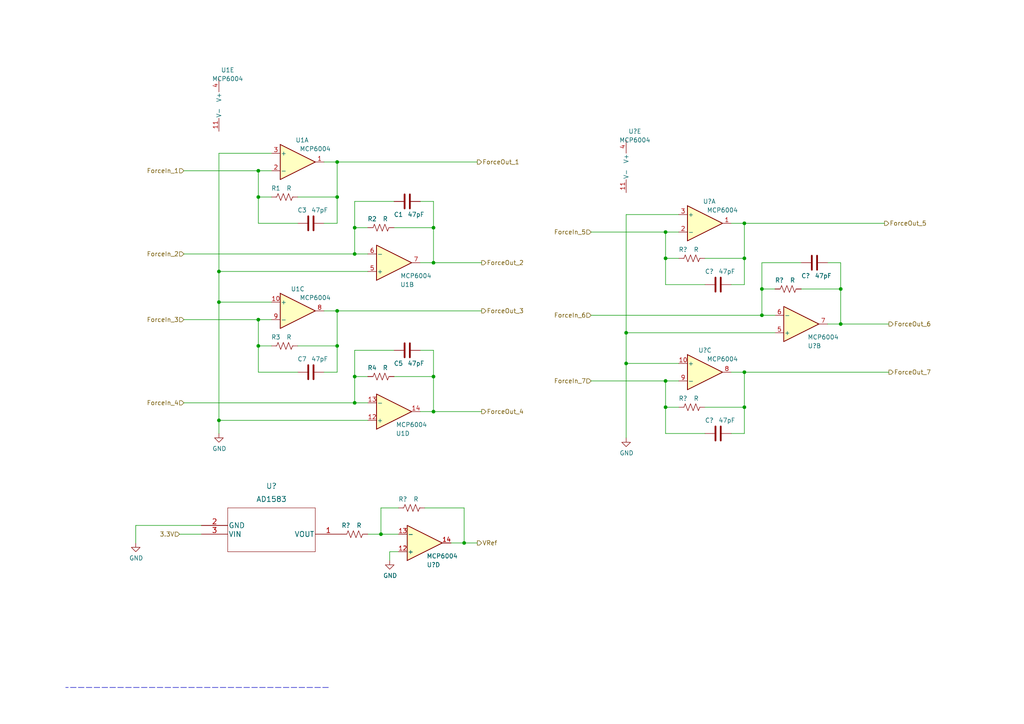
<source format=kicad_sch>
(kicad_sch (version 20211123) (generator eeschema)
  (paper "A4")
  (lib_symbols
    (symbol "Amplifier_Operational:MCP6004" (pin_names (offset 0.127))
      (property "Reference" "U" (at 0 5.08 0))
      (property "Value" "MCP6004" (at 0 -5.08 0))
      (symbol "MCP6004_1_1"
        (polyline (pts (xy -5.08 5.08) (xy 5.08 0) (xy -5.08 -5.08) (xy -5.08 5.08)) (stroke (width 0.254)) (fill (type background)))
        (pin output line (at 7.62 0 180) (length 2.54) (name "~") (number "1"))
        (pin input line (at -7.62 -2.54 0) (length 2.54) (name "-") (number "2"))
        (pin input line (at -7.62 2.54 0) (length 2.54) (name "+") (number "3"))
      )
      (symbol "MCP6004_2_1"
        (polyline (pts (xy -5.08 5.08) (xy 5.08 0) (xy -5.08 -5.08) (xy -5.08 5.08)) (stroke (width 0.254)) (fill (type background)))
        (pin input line (at -7.62 2.54 0) (length 2.54) (name "+") (number "5"))
        (pin input line (at -7.62 -2.54 0) (length 2.54) (name "-") (number "6"))
        (pin output line (at 7.62 0 180) (length 2.54) (name "~") (number "7"))
      )
      (symbol "MCP6004_3_1"
        (polyline (pts (xy -5.08 5.08) (xy 5.08 0) (xy -5.08 -5.08) (xy -5.08 5.08)) (stroke (width 0.254)) (fill (type background)))
        (pin input line (at -7.62 2.54 0) (length 2.54) (name "+") (number "10"))
        (pin output line (at 7.62 0 180) (length 2.54) (name "~") (number "8"))
        (pin input line (at -7.62 -2.54 0) (length 2.54) (name "-") (number "9"))
      )
      (symbol "MCP6004_4_1"
        (polyline (pts (xy -5.08 5.08) (xy 5.08 0) (xy -5.08 -5.08) (xy -5.08 5.08)) (stroke (width 0.254)) (fill (type background)))
        (pin input line (at -7.62 2.54 0) (length 2.54) (name "+") (number "12"))
        (pin input line (at -7.62 -2.54 0) (length 2.54) (name "-") (number "13"))
        (pin output line (at 7.62 0 180) (length 2.54) (name "~") (number "14"))
      )
      (symbol "MCP6004_5_1"
        (pin power_in line (at -2.54 -7.62 90) (length 3.81) (name "V-") (number "11"))
        (pin power_in line (at -2.54 7.62 270) (length 3.81) (name "V+") (number "4"))
      )
    )
    (symbol "CapstoneLibrary:AD1583" (pin_names (offset 0.254))
      (property "Reference" "U" (at 20.32 10.16 0))
      (property "Value" "AD1583" (at 20.32 7.62 0))
      (symbol "AD1583_1_1"
        (polyline (pts (xy 7.62 -7.62) (xy 33.02 -7.62)) (stroke (width 0.127)))
        (polyline (pts (xy 7.62 5.08) (xy 7.62 -7.62)) (stroke (width 0.127)))
        (polyline (pts (xy 33.02 -7.62) (xy 33.02 5.08)) (stroke (width 0.127)))
        (polyline (pts (xy 33.02 5.08) (xy 7.62 5.08)) (stroke (width 0.127)))
        (pin unspecified line (at 0 0 0) (length 7.62) (name "VOUT") (number "1"))
        (pin unspecified line (at 40.64 -2.54 180) (length 7.62) (name "GND") (number "2"))
        (pin unspecified line (at 40.64 0 180) (length 7.62) (name "VIN") (number "3"))
      )
    )
    (symbol "Device:C" (pin_numbers hide) (pin_names (offset 0.254))
      (property "Reference" "C" (at 0.635 2.54 0))
      (property "Value" "C" (at 0.635 -2.54 0))
      (symbol "C_0_1"
        (polyline (pts (xy -2.032 -0.762) (xy 2.032 -0.762)) (stroke (width 0.508)))
        (polyline (pts (xy -2.032 0.762) (xy 2.032 0.762)) (stroke (width 0.508)))
      )
      (symbol "C_1_1"
        (pin passive line (at 0 3.81 270) (length 2.794) (name "~") (number "1"))
        (pin passive line (at 0 -3.81 90) (length 2.794) (name "~") (number "2"))
      )
    )
    (symbol "Device:R_US" (pin_numbers hide) (pin_names (offset 0))
      (property "Reference" "R" (at 2.54 0 90))
      (property "Value" "R_US" (at -2.54 0 90))
      (symbol "R_US_0_1"
        (polyline (pts (xy 0 -2.286) (xy 0 -2.54)))
        (polyline (pts (xy 0 2.286) (xy 0 2.54)))
        (polyline (pts (xy 0 -0.762) (xy 1.016 -1.143) (xy 0 -1.524) (xy -1.016 -1.905) (xy 0 -2.286)))
        (polyline (pts (xy 0 0.762) (xy 1.016 0.381) (xy 0 0) (xy -1.016 -0.381) (xy 0 -0.762)))
        (polyline (pts (xy 0 2.286) (xy 1.016 1.905) (xy 0 1.524) (xy -1.016 1.143) (xy 0 0.762)))
      )
      (symbol "R_US_1_1"
        (pin passive line (at 0 3.81 270) (length 1.27) (name "~") (number "1"))
        (pin passive line (at 0 -3.81 90) (length 1.27) (name "~") (number "2"))
      )
    )
    (symbol "power:GND" (power) (pin_names (offset 0))
      (property "Value" "GND" (at 0 -3.81 0))
      (symbol "GND_0_1"
        (polyline (pts (xy 0 0) (xy 0 -1.27) (xy 1.27 -1.27) (xy 0 -2.54) (xy -1.27 -1.27) (xy 0 -1.27)))
      )
      (symbol "GND_1_1"
        (pin power_in line (at 0 0 270) (length 0) hide (name "GND") (number "1"))
      )
    )
  )
  (junction (at 97.79 57.15))
  (junction (at 74.93 57.15))
  (junction (at 102.87 109.22))
  (junction (at 243.84 83.82))
  (junction (at 125.73 109.22))
  (junction (at 63.5 87.63))
  (junction (at 134.62 157.48))
  (junction (at 110.49 154.94))
  (junction (at 97.79 90.17))
  (junction (at 125.73 119.38))
  (junction (at 102.87 73.66))
  (junction (at 63.5 78.74))
  (junction (at 102.87 66.04))
  (junction (at 125.73 66.04))
  (junction (at 215.9 107.95))
  (junction (at 97.79 100.33))
  (junction (at 193.04 118.11))
  (junction (at 181.61 105.41))
  (junction (at 102.87 116.84))
  (junction (at 193.04 67.31))
  (junction (at 220.98 83.82))
  (junction (at 215.9 118.11))
  (junction (at 97.79 46.99))
  (junction (at 193.04 110.49))
  (junction (at 74.93 49.53))
  (junction (at 193.04 74.93))
  (junction (at 63.5 121.92))
  (junction (at 181.61 96.52))
  (junction (at 243.84 93.98))
  (junction (at 74.93 100.33))
  (junction (at 215.9 64.77))
  (junction (at 215.9 74.93))
  (junction (at 220.98 91.44))
  (junction (at 125.73 76.2))
  (junction (at 74.93 92.71))
  (wire (pts (xy 63.5 87.63) (xy 78.74 87.63)))
  (wire (pts (xy 63.5 78.74) (xy 106.68 78.74)))
  (wire (pts (xy 86.36 57.15) (xy 97.79 57.15)))
  (wire (pts (xy 193.04 125.73) (xy 204.47 125.73)))
  (wire (pts (xy 181.61 96.52) (xy 224.79 96.52)))
  (wire (pts (xy 204.47 118.11) (xy 215.9 118.11)))
  (wire (pts (xy 240.03 93.98) (xy 243.84 93.98)))
  (wire (pts (xy 134.62 157.48) (xy 138.43 157.48)))
  (wire (pts (xy 102.87 109.22) (xy 102.87 101.6)))
  (wire (pts (xy 93.98 64.77) (xy 97.79 64.77)))
  (wire (pts (xy 243.84 76.2) (xy 243.84 83.82)))
  (wire (pts (xy 171.45 67.31) (xy 193.04 67.31)))
  (wire (pts (xy 220.98 76.2) (xy 232.41 76.2)))
  (wire (pts (xy 63.5 121.92) (xy 106.68 121.92)))
  (wire (pts (xy 134.62 147.32) (xy 134.62 157.48)))
  (wire (pts (xy 181.61 105.41) (xy 196.85 105.41)))
  (wire (pts (xy 113.03 160.02) (xy 113.03 162.56)))
  (wire (pts (xy 78.74 100.33) (xy 74.93 100.33)))
  (wire (pts (xy 181.61 62.23) (xy 181.61 96.52)))
  (wire (pts (xy 181.61 105.41) (xy 181.61 127)))
  (wire (pts (xy 196.85 67.31) (xy 193.04 67.31)))
  (wire (pts (xy 74.93 100.33) (xy 74.93 107.95)))
  (wire (pts (xy 74.93 64.77) (xy 86.36 64.77)))
  (wire (pts (xy 63.5 78.74) (xy 63.5 87.63)))
  (wire (pts (xy 215.9 82.55) (xy 215.9 74.93)))
  (wire (pts (xy 53.34 92.71) (xy 74.93 92.71)))
  (wire (pts (xy 243.84 83.82) (xy 243.84 93.98)))
  (wire (pts (xy 123.19 147.32) (xy 134.62 147.32)))
  (wire (pts (xy 39.37 152.4) (xy 39.37 157.48)))
  (wire (pts (xy 97.79 90.17) (xy 139.7 90.17)))
  (wire (pts (xy 114.3 66.04) (xy 125.73 66.04)))
  (wire (pts (xy 125.73 66.04) (xy 125.73 76.2)))
  (wire (pts (xy 110.49 154.94) (xy 115.57 154.94)))
  (wire (pts (xy 121.92 76.2) (xy 125.73 76.2)))
  (wire (pts (xy 110.49 147.32) (xy 110.49 154.94)))
  (wire (pts (xy 243.84 93.98) (xy 257.81 93.98)))
  (wire (pts (xy 63.5 87.63) (xy 63.5 121.92)))
  (wire (pts (xy 106.68 116.84) (xy 102.87 116.84)))
  (wire (pts (xy 106.68 73.66) (xy 102.87 73.66)))
  (wire (pts (xy 97.79 46.99) (xy 138.43 46.99)))
  (wire (pts (xy 193.04 118.11) (xy 193.04 110.49)))
  (wire (pts (xy 224.79 83.82) (xy 220.98 83.82)))
  (wire (pts (xy 93.98 46.99) (xy 97.79 46.99)))
  (wire (pts (xy 193.04 82.55) (xy 204.47 82.55)))
  (wire (pts (xy 215.9 74.93) (xy 215.9 64.77)))
  (wire (pts (xy 78.74 49.53) (xy 74.93 49.53)))
  (wire (pts (xy 196.85 74.93) (xy 193.04 74.93)))
  (wire (pts (xy 106.68 154.94) (xy 110.49 154.94)))
  (wire (pts (xy 97.79 64.77) (xy 97.79 57.15)))
  (wire (pts (xy 134.62 157.48) (xy 130.81 157.48)))
  (wire (pts (xy 78.74 92.71) (xy 74.93 92.71)))
  (wire (pts (xy 212.09 125.73) (xy 215.9 125.73)))
  (wire (pts (xy 220.98 83.82) (xy 220.98 76.2)))
  (wire (pts (xy 114.3 109.22) (xy 125.73 109.22)))
  (wire (pts (xy 193.04 74.93) (xy 193.04 67.31)))
  (wire (pts (xy 102.87 66.04) (xy 102.87 58.42)))
  (wire (pts (xy 102.87 66.04) (xy 102.87 73.66)))
  (wire (pts (xy 215.9 107.95) (xy 257.81 107.95)))
  (wire (pts (xy 215.9 64.77) (xy 256.54 64.77)))
  (wire (pts (xy 97.79 100.33) (xy 97.79 90.17)))
  (wire (pts (xy 212.09 107.95) (xy 215.9 107.95)))
  (wire (pts (xy 224.79 91.44) (xy 220.98 91.44)))
  (wire (pts (xy 97.79 107.95) (xy 97.79 100.33)))
  (wire (pts (xy 63.5 44.45) (xy 78.74 44.45)))
  (wire (pts (xy 53.34 73.66) (xy 102.87 73.66)))
  (wire (pts (xy 58.42 152.4) (xy 39.37 152.4)))
  (wire (pts (xy 125.73 119.38) (xy 139.7 119.38)))
  (wire (pts (xy 63.5 121.92) (xy 63.5 125.73)))
  (wire (pts (xy 125.73 109.22) (xy 125.73 119.38)))
  (wire (pts (xy 181.61 96.52) (xy 181.61 105.41)))
  (wire (pts (xy 74.93 57.15) (xy 74.93 49.53)))
  (wire (pts (xy 78.74 57.15) (xy 74.93 57.15)))
  (wire (pts (xy 232.41 83.82) (xy 243.84 83.82)))
  (wire (pts (xy 193.04 74.93) (xy 193.04 82.55)))
  (wire (pts (xy 212.09 64.77) (xy 215.9 64.77)))
  (wire (pts (xy 121.92 58.42) (xy 125.73 58.42)))
  (polyline (pts (xy 95.25 199.39) (xy 19.05 199.39)))
  (wire (pts (xy 240.03 76.2) (xy 243.84 76.2)))
  (wire (pts (xy 125.73 58.42) (xy 125.73 66.04)))
  (wire (pts (xy 171.45 91.44) (xy 220.98 91.44)))
  (wire (pts (xy 115.57 147.32) (xy 110.49 147.32)))
  (wire (pts (xy 102.87 109.22) (xy 102.87 116.84)))
  (wire (pts (xy 125.73 76.2) (xy 139.7 76.2)))
  (wire (pts (xy 52.07 154.94) (xy 58.42 154.94)))
  (wire (pts (xy 93.98 107.95) (xy 97.79 107.95)))
  (wire (pts (xy 102.87 58.42) (xy 114.3 58.42)))
  (wire (pts (xy 53.34 49.53) (xy 74.93 49.53)))
  (wire (pts (xy 121.92 119.38) (xy 125.73 119.38)))
  (wire (pts (xy 181.61 62.23) (xy 196.85 62.23)))
  (wire (pts (xy 125.73 101.6) (xy 125.73 109.22)))
  (wire (pts (xy 53.34 116.84) (xy 102.87 116.84)))
  (wire (pts (xy 196.85 118.11) (xy 193.04 118.11)))
  (wire (pts (xy 171.45 110.49) (xy 193.04 110.49)))
  (wire (pts (xy 74.93 57.15) (xy 74.93 64.77)))
  (wire (pts (xy 86.36 100.33) (xy 97.79 100.33)))
  (wire (pts (xy 106.68 66.04) (xy 102.87 66.04)))
  (wire (pts (xy 74.93 107.95) (xy 86.36 107.95)))
  (wire (pts (xy 102.87 101.6) (xy 114.3 101.6)))
  (wire (pts (xy 215.9 118.11) (xy 215.9 107.95)))
  (wire (pts (xy 115.57 160.02) (xy 113.03 160.02)))
  (wire (pts (xy 97.79 57.15) (xy 97.79 46.99)))
  (wire (pts (xy 106.68 109.22) (xy 102.87 109.22)))
  (wire (pts (xy 215.9 125.73) (xy 215.9 118.11)))
  (wire (pts (xy 204.47 74.93) (xy 215.9 74.93)))
  (wire (pts (xy 212.09 82.55) (xy 215.9 82.55)))
  (wire (pts (xy 121.92 101.6) (xy 125.73 101.6)))
  (wire (pts (xy 63.5 44.45) (xy 63.5 78.74)))
  (wire (pts (xy 74.93 100.33) (xy 74.93 92.71)))
  (wire (pts (xy 220.98 83.82) (xy 220.98 91.44)))
  (wire (pts (xy 193.04 118.11) (xy 193.04 125.73)))
  (wire (pts (xy 93.98 90.17) (xy 97.79 90.17)))
  (wire (pts (xy 196.85 110.49) (xy 193.04 110.49)))
  (hierarchical_label "ForceOut_1" (shape output) (at 138.43 46.99 0))
  (hierarchical_label "ForceIn_7" (shape input) (at 171.45 110.49 180))
  (hierarchical_label "VRef" (shape output) (at 138.43 157.48 0))
  (hierarchical_label "ForceIn_6" (shape input) (at 171.45 91.44 180))
  (hierarchical_label "ForceIn_3" (shape input) (at 53.34 92.71 180))
  (hierarchical_label "3.3V" (shape input) (at 52.07 154.94 180))
  (hierarchical_label "ForceIn_4" (shape input) (at 53.34 116.84 180))
  (hierarchical_label "ForceIn_2" (shape input) (at 53.34 73.66 180))
  (hierarchical_label "ForceOut_3" (shape output) (at 139.7 90.17 0))
  (hierarchical_label "ForceOut_5" (shape output) (at 256.54 64.77 0))
  (hierarchical_label "ForceOut_6" (shape output) (at 257.81 93.98 0))
  (hierarchical_label "ForceOut_4" (shape output) (at 139.7 119.38 0))
  (hierarchical_label "ForceOut_7" (shape output) (at 257.81 107.95 0))
  (hierarchical_label "ForceIn_1" (shape input) (at 53.34 49.53 180))
  (hierarchical_label "ForceIn_5" (shape input) (at 171.45 67.31 180))
  (hierarchical_label "ForceOut_2" (shape output) (at 139.7 76.2 0))
  (symbol (lib_id "power:GND") (at 181.61 127 0) (unit 1)
    (property "Reference" "#PWR?" (effects hide))
    (property "Value" "GND" (at 181.737 131.3942 0))
  )
  (symbol (lib_id "Amplifier_Operational:MCP6004") (at 123.19 157.48 0) (mirror x) (unit 4)
    (property "Reference" "U?" (at 125.73 163.83 0))
    (property "Value" "MCP6004" (at 128.27 161.29 0))
    (property "Footprint" "Package_DIP:DIP-14_W7.62mm" (effects hide))
    (property "Datasheet" "http://ww1.microchip.com/downloads/en/DeviceDoc/21733j.pdf" (effects hide))
  )
  (symbol (lib_id "Device:C") (at 90.17 107.95 270) (unit 1)
    (property "Reference" "C7" (at 87.63 104.14 90))
    (property "Value" "47pF" (at 92.71 104.14 90))
    (property "Footprint" "Capacitor_SMD:C_0603_1608Metric" (effects hide))
  )
  (symbol (lib_id "Device:R_US") (at 82.55 100.33 90) (unit 1)
    (property "Reference" "R3" (at 80.01 97.79 90))
    (property "Value" "R" (at 83.82 97.79 90))
    (property "Footprint" "Resistor_SMD:R_0603_1608Metric" (effects hide))
  )
  (symbol (lib_id "Device:R_US") (at 110.49 66.04 90) (unit 1)
    (property "Reference" "R2" (at 107.95 63.5 90))
    (property "Value" "R" (at 111.76 63.5 90))
    (property "Footprint" "Resistor_SMD:R_0603_1608Metric" (effects hide))
  )
  (symbol (lib_id "Device:C") (at 90.17 64.77 270) (unit 1)
    (property "Reference" "C3" (at 87.63 60.96 90))
    (property "Value" "47pF" (at 92.71 60.96 90))
    (property "Footprint" "Capacitor_SMD:C_0603_1608Metric" (effects hide))
  )
  (symbol (lib_id "Amplifier_Operational:MCP6004") (at 66.04 30.48 0) (unit 5)
    (property "Reference" "U1" (at 66.04 20.32 0))
    (property "Value" "MCP6004" (at 66.04 22.86 0))
    (property "Footprint" "Package_DIP:DIP-14_W7.62mm" (effects hide))
    (property "Datasheet" "http://ww1.microchip.com/downloads/en/DeviceDoc/21733j.pdf" (effects hide))
  )
  (symbol (lib_id "Device:R_US") (at 110.49 109.22 90) (unit 1)
    (property "Reference" "R4" (at 107.95 106.68 90))
    (property "Value" "R" (at 111.76 106.68 90))
    (property "Footprint" "Resistor_SMD:R_0603_1608Metric" (effects hide))
  )
  (symbol (lib_id "power:GND") (at 63.5 125.73 0) (unit 1)
    (property "Reference" "#PWR01" (effects hide))
    (property "Value" "GND" (at 63.627 130.1242 0))
  )
  (symbol (lib_id "Amplifier_Operational:MCP6004") (at 86.36 90.17 0) (unit 3)
    (property "Reference" "U1" (at 86.36 83.82 0))
    (property "Value" "MCP6004" (at 91.44 86.36 0))
    (property "Footprint" "Package_DIP:DIP-14_W7.62mm" (effects hide))
    (property "Datasheet" "http://ww1.microchip.com/downloads/en/DeviceDoc/21733j.pdf" (effects hide))
  )
  (symbol (lib_id "Amplifier_Operational:MCP6004") (at 204.47 107.95 0) (unit 3)
    (property "Reference" "U?" (at 204.47 101.6 0))
    (property "Value" "MCP6004" (at 209.55 104.14 0))
    (property "Footprint" "Package_DIP:DIP-14_W7.62mm" (effects hide))
    (property "Datasheet" "http://ww1.microchip.com/downloads/en/DeviceDoc/21733j.pdf" (effects hide))
  )
  (symbol (lib_id "Device:C") (at 208.28 82.55 270) (unit 1)
    (property "Reference" "C?" (at 205.74 78.74 90))
    (property "Value" "47pF" (at 210.82 78.74 90))
    (property "Footprint" "Capacitor_SMD:C_0603_1608Metric" (effects hide))
  )
  (symbol (lib_id "Amplifier_Operational:MCP6004") (at 232.41 93.98 0) (mirror x) (unit 2)
    (property "Reference" "U?" (at 236.22 100.33 0))
    (property "Value" "MCP6004" (at 238.76 97.79 0))
    (property "Footprint" "Package_DIP:DIP-14_W7.62mm" (effects hide))
    (property "Datasheet" "http://ww1.microchip.com/downloads/en/DeviceDoc/21733j.pdf" (effects hide))
  )
  (symbol (lib_id "Amplifier_Operational:MCP6004") (at 86.36 46.99 0) (unit 1)
    (property "Reference" "U1" (at 87.63 40.64 0))
    (property "Value" "MCP6004" (at 91.44 43.18 0))
    (property "Footprint" "Package_DIP:DIP-14_W7.62mm" (effects hide))
    (property "Datasheet" "http://ww1.microchip.com/downloads/en/DeviceDoc/21733j.pdf" (effects hide))
  )
  (symbol (lib_id "Device:R_US") (at 228.6 83.82 90) (unit 1)
    (property "Reference" "R?" (at 226.06 81.28 90))
    (property "Value" "R" (at 229.87 81.28 90))
    (property "Footprint" "Resistor_SMD:R_0603_1608Metric" (effects hide))
  )
  (symbol (lib_id "Device:R_US") (at 82.55 57.15 90) (unit 1)
    (property "Reference" "R1" (at 80.01 54.61 90))
    (property "Value" "R" (at 83.82 54.61 90))
    (property "Footprint" "Resistor_SMD:R_0603_1608Metric" (effects hide))
  )
  (symbol (lib_id "Device:R_US") (at 119.38 147.32 90) (unit 1)
    (property "Reference" "R?" (at 116.84 144.78 90))
    (property "Value" "R" (at 120.65 144.78 90))
    (property "Footprint" "Resistor_SMD:R_0603_1608Metric" (effects hide))
  )
  (symbol (lib_id "Device:R_US") (at 200.66 74.93 90) (unit 1)
    (property "Reference" "R?" (at 198.12 72.39 90))
    (property "Value" "R" (at 201.93 72.39 90))
    (property "Footprint" "Resistor_SMD:R_0603_1608Metric" (effects hide))
  )
  (symbol (lib_id "Amplifier_Operational:MCP6004") (at 114.3 76.2 0) (mirror x) (unit 2)
    (property "Reference" "U1" (at 118.11 82.55 0))
    (property "Value" "MCP6004" (at 120.65 80.01 0))
    (property "Footprint" "Package_DIP:DIP-14_W7.62mm" (effects hide))
    (property "Datasheet" "http://ww1.microchip.com/downloads/en/DeviceDoc/21733j.pdf" (effects hide))
  )
  (symbol (lib_id "power:GND") (at 39.37 157.48 0) (unit 1)
    (property "Reference" "#PWR?" (effects hide))
    (property "Value" "GND" (at 39.497 161.8742 0))
  )
  (symbol (lib_id "Device:R_US") (at 200.66 118.11 90) (unit 1)
    (property "Reference" "R?" (at 198.12 115.57 90))
    (property "Value" "R" (at 201.93 115.57 90))
    (property "Footprint" "Resistor_SMD:R_0603_1608Metric" (effects hide))
  )
  (symbol (lib_id "Amplifier_Operational:MCP6004") (at 204.47 64.77 0) (unit 1)
    (property "Reference" "U?" (at 205.74 58.42 0))
    (property "Value" "MCP6004" (at 209.55 60.96 0))
    (property "Footprint" "Package_DIP:DIP-14_W7.62mm" (effects hide))
    (property "Datasheet" "http://ww1.microchip.com/downloads/en/DeviceDoc/21733j.pdf" (effects hide))
  )
  (symbol (lib_id "Device:C") (at 118.11 101.6 270) (mirror x) (unit 1)
    (property "Reference" "C5" (at 115.57 105.41 90))
    (property "Value" "47pF" (at 120.65 105.41 90))
    (property "Footprint" "Capacitor_SMD:C_0603_1608Metric" (effects hide))
  )
  (symbol (lib_id "Device:C") (at 118.11 58.42 270) (mirror x) (unit 1)
    (property "Reference" "C1" (at 115.57 62.23 90))
    (property "Value" "47pF" (at 120.65 62.23 90))
    (property "Footprint" "Capacitor_SMD:C_0603_1608Metric" (effects hide))
  )
  (symbol (lib_id "Amplifier_Operational:MCP6004") (at 114.3 119.38 0) (mirror x) (unit 4)
    (property "Reference" "U1" (at 116.84 125.73 0))
    (property "Value" "MCP6004" (at 119.38 123.19 0))
    (property "Footprint" "Package_DIP:DIP-14_W7.62mm" (effects hide))
    (property "Datasheet" "http://ww1.microchip.com/downloads/en/DeviceDoc/21733j.pdf" (effects hide))
  )
  (symbol (lib_id "Amplifier_Operational:MCP6004") (at 184.15 48.26 0) (unit 5)
    (property "Reference" "U?" (at 184.15 38.1 0))
    (property "Value" "MCP6004" (at 184.15 40.64 0))
    (property "Footprint" "Package_DIP:DIP-14_W7.62mm" (effects hide))
    (property "Datasheet" "http://ww1.microchip.com/downloads/en/DeviceDoc/21733j.pdf" (effects hide))
  )
  (symbol (lib_id "Device:C") (at 236.22 76.2 270) (mirror x) (unit 1)
    (property "Reference" "C?" (at 233.68 80.01 90))
    (property "Value" "47pF" (at 238.76 80.01 90))
    (property "Footprint" "Capacitor_SMD:C_0603_1608Metric" (effects hide))
  )
  (symbol (lib_id "power:GND") (at 113.03 162.56 0) (unit 1)
    (property "Reference" "#PWR?" (effects hide))
    (property "Value" "GND" (at 113.157 166.9542 0))
  )
  (symbol (lib_id "CapstoneLibrary:AD1583") (at 99.06 154.94 180) (unit 1)
    (property "Reference" "U?" (at 78.74 140.97 0) (effects (font (size 1.524 1.524))))
    (property "Value" "AD1583" (at 78.74 144.78 0) (effects (font (size 1.524 1.524))))
    (property "Footprint" "CapstoneLibrary:AD1583ARTZ-Reel7" (effects hide))
  )
  (symbol (lib_id "Device:C") (at 208.28 125.73 270) (unit 1)
    (property "Reference" "C?" (at 205.74 121.92 90))
    (property "Value" "47pF" (at 210.82 121.92 90))
    (property "Footprint" "Capacitor_SMD:C_0603_1608Metric" (effects hide))
  )
  (symbol (lib_id "Device:R_US") (at 102.87 154.94 90) (unit 1)
    (property "Reference" "R?" (at 100.33 152.4 90))
    (property "Value" "R" (at 104.14 152.4 90))
    (property "Footprint" "Resistor_SMD:R_0603_1608Metric" (effects hide))
  )
)
</source>
